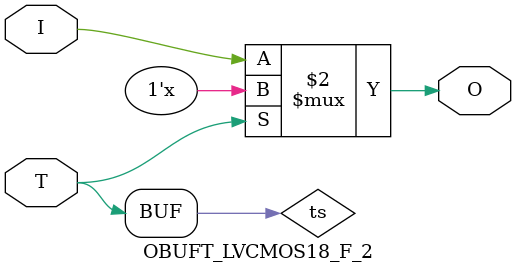
<source format=v>

/*

FUNCTION    : TRI-STATE OUTPUT BUFFER

*/

`celldefine
`timescale  100 ps / 10 ps

module OBUFT_LVCMOS18_F_2 (O, I, T);

    output O;

    input  I, T;

    or O1 (ts, 1'b0, T);
    bufif0 T1 (O, I, ts);

endmodule

</source>
